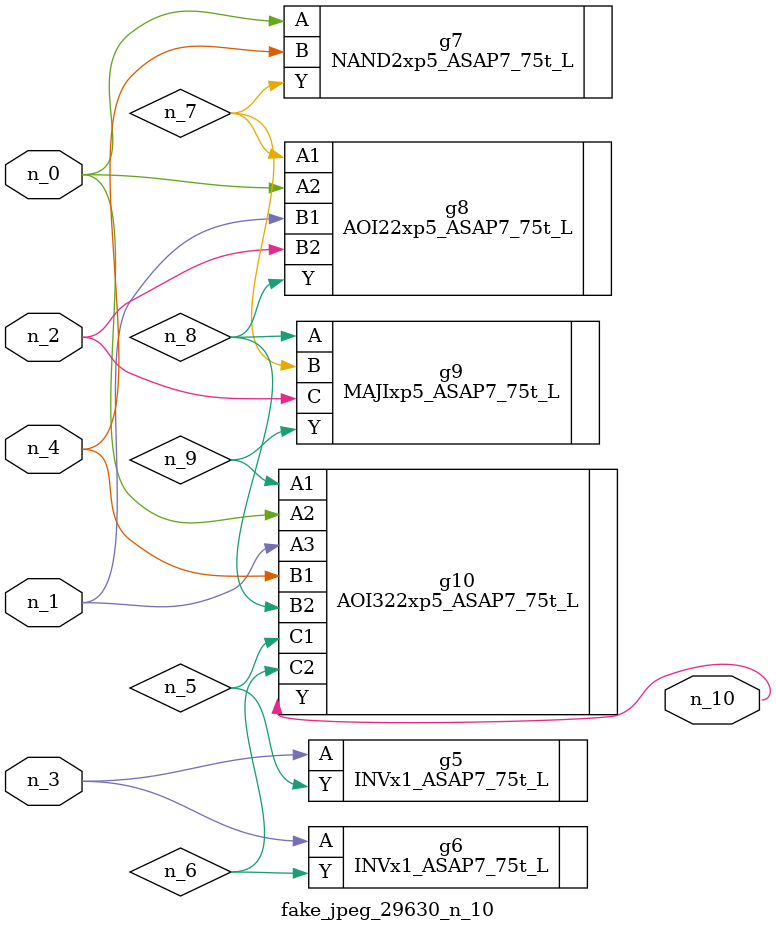
<source format=v>
module fake_jpeg_29630_n_10 (n_3, n_2, n_1, n_0, n_4, n_10);

input n_3;
input n_2;
input n_1;
input n_0;
input n_4;

output n_10;

wire n_8;
wire n_9;
wire n_6;
wire n_5;
wire n_7;

INVx1_ASAP7_75t_L g5 ( 
.A(n_3),
.Y(n_5)
);

INVx1_ASAP7_75t_L g6 ( 
.A(n_3),
.Y(n_6)
);

NAND2xp5_ASAP7_75t_L g7 ( 
.A(n_0),
.B(n_4),
.Y(n_7)
);

AOI22xp5_ASAP7_75t_L g8 ( 
.A1(n_7),
.A2(n_0),
.B1(n_1),
.B2(n_2),
.Y(n_8)
);

MAJIxp5_ASAP7_75t_L g9 ( 
.A(n_8),
.B(n_7),
.C(n_2),
.Y(n_9)
);

AOI322xp5_ASAP7_75t_L g10 ( 
.A1(n_9),
.A2(n_0),
.A3(n_1),
.B1(n_4),
.B2(n_8),
.C1(n_5),
.C2(n_6),
.Y(n_10)
);


endmodule
</source>
